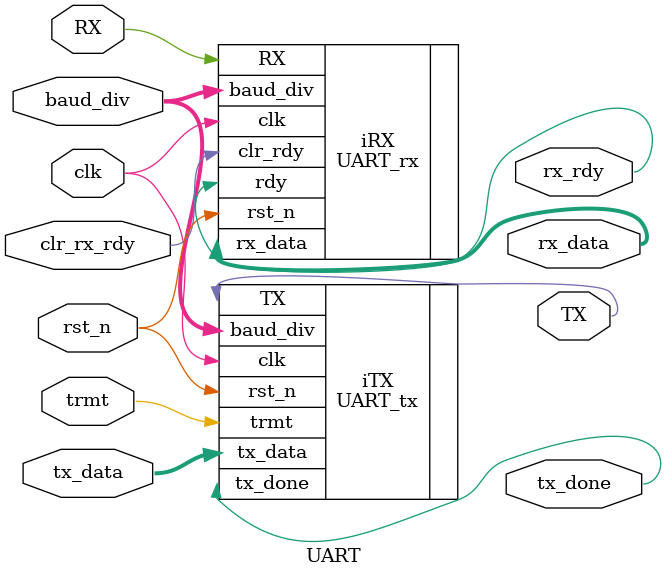
<source format=sv>
module UART(clk,rst_n,RX,TX,rx_rdy,clr_rx_rdy,rx_data,trmt,tx_data,tx_done,baud_div);

	input clk,rst_n;			// clock and active low reset
	input RX,trmt;				// strt_tx tells TX section to transmit tx_data
	input clr_rx_rdy;			// rx_rdy can be cleared by this or new start bit
	input [7:0] tx_data;		// byte to transmit
	input [12:0] baud_div;  	// modify baud rate
	output TX,rx_rdy,tx_done;	// rx_rdy asserted when byte received,
								// tx_done asserted when tranmission complete
	output [7:0] rx_data;		// byte received

	//////////////////////////////
	// Instantiate Transmitter //
	////////////////////////////
	UART_tx iTX(.clk(clk), .rst_n(rst_n), .TX(TX), .trmt(trmt),
			.tx_data(tx_data), .tx_done(tx_done), .baud_div(baud_div));
			

	///////////////////////////
	// Instantiate Receiver //
	/////////////////////////
	UART_rx iRX(.clk(clk), .rst_n(rst_n), .RX(RX), .rdy(rx_rdy),
				.clr_rdy(clr_rx_rdy), .rx_data(rx_data), .baud_div(baud_div));

endmodule

</source>
